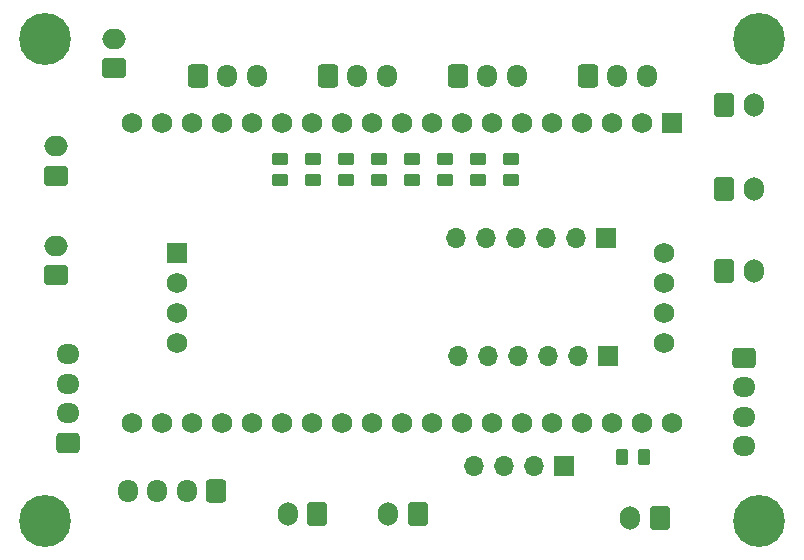
<source format=gbs>
%TF.GenerationSoftware,KiCad,Pcbnew,8.0.4*%
%TF.CreationDate,2024-08-29T12:49:46+07:00*%
%TF.ProjectId,ESP32,45535033-322e-46b6-9963-61645f706362,rev?*%
%TF.SameCoordinates,Original*%
%TF.FileFunction,Soldermask,Bot*%
%TF.FilePolarity,Negative*%
%FSLAX46Y46*%
G04 Gerber Fmt 4.6, Leading zero omitted, Abs format (unit mm)*
G04 Created by KiCad (PCBNEW 8.0.4) date 2024-08-29 12:49:46*
%MOMM*%
%LPD*%
G01*
G04 APERTURE LIST*
G04 Aperture macros list*
%AMRoundRect*
0 Rectangle with rounded corners*
0 $1 Rounding radius*
0 $2 $3 $4 $5 $6 $7 $8 $9 X,Y pos of 4 corners*
0 Add a 4 corners polygon primitive as box body*
4,1,4,$2,$3,$4,$5,$6,$7,$8,$9,$2,$3,0*
0 Add four circle primitives for the rounded corners*
1,1,$1+$1,$2,$3*
1,1,$1+$1,$4,$5*
1,1,$1+$1,$6,$7*
1,1,$1+$1,$8,$9*
0 Add four rect primitives between the rounded corners*
20,1,$1+$1,$2,$3,$4,$5,0*
20,1,$1+$1,$4,$5,$6,$7,0*
20,1,$1+$1,$6,$7,$8,$9,0*
20,1,$1+$1,$8,$9,$2,$3,0*%
G04 Aperture macros list end*
%ADD10R,1.700000X1.700000*%
%ADD11O,1.700000X1.700000*%
%ADD12RoundRect,0.250000X0.600000X0.750000X-0.600000X0.750000X-0.600000X-0.750000X0.600000X-0.750000X0*%
%ADD13O,1.700000X2.000000*%
%ADD14RoundRect,0.250000X-0.600000X-0.725000X0.600000X-0.725000X0.600000X0.725000X-0.600000X0.725000X0*%
%ADD15O,1.700000X1.950000*%
%ADD16RoundRect,0.250000X0.750000X-0.600000X0.750000X0.600000X-0.750000X0.600000X-0.750000X-0.600000X0*%
%ADD17O,2.000000X1.700000*%
%ADD18C,4.400000*%
%ADD19RoundRect,0.250000X-0.600000X-0.750000X0.600000X-0.750000X0.600000X0.750000X-0.600000X0.750000X0*%
%ADD20RoundRect,0.250000X-0.725000X0.600000X-0.725000X-0.600000X0.725000X-0.600000X0.725000X0.600000X0*%
%ADD21O,1.950000X1.700000*%
%ADD22RoundRect,0.102000X-0.765000X0.765000X-0.765000X-0.765000X0.765000X-0.765000X0.765000X0.765000X0*%
%ADD23C,1.734000*%
%ADD24RoundRect,0.250000X0.600000X0.725000X-0.600000X0.725000X-0.600000X-0.725000X0.600000X-0.725000X0*%
%ADD25RoundRect,0.250000X0.725000X-0.600000X0.725000X0.600000X-0.725000X0.600000X-0.725000X-0.600000X0*%
%ADD26RoundRect,0.102000X-0.765000X-0.765000X0.765000X-0.765000X0.765000X0.765000X-0.765000X0.765000X0*%
%ADD27RoundRect,0.250000X0.450000X-0.262500X0.450000X0.262500X-0.450000X0.262500X-0.450000X-0.262500X0*%
%ADD28RoundRect,0.250000X-0.262500X-0.450000X0.262500X-0.450000X0.262500X0.450000X-0.262500X0.450000X0*%
G04 APERTURE END LIST*
D10*
%TO.C,J7*%
X81000000Y-100500000D03*
D11*
X78460000Y-100500000D03*
X75920000Y-100500000D03*
X73380000Y-100500000D03*
%TD*%
D12*
%TO.C,J17*%
X68600000Y-104575000D03*
D13*
X66100000Y-104575000D03*
%TD*%
D14*
%TO.C,J2*%
X71975000Y-67482500D03*
D15*
X74475000Y-67482500D03*
X76975000Y-67482500D03*
%TD*%
D14*
%TO.C,J3*%
X60975000Y-67482500D03*
D15*
X63475000Y-67482500D03*
X65975000Y-67482500D03*
%TD*%
D16*
%TO.C,J13*%
X42900000Y-66857500D03*
D17*
X42900000Y-64357500D03*
%TD*%
D10*
%TO.C,J9*%
X84555000Y-81225000D03*
D11*
X82015000Y-81225000D03*
X79475000Y-81225000D03*
X76935000Y-81225000D03*
X74395000Y-81225000D03*
X71855000Y-81225000D03*
%TD*%
D18*
%TO.C,J21*%
X97525000Y-105150000D03*
%TD*%
D19*
%TO.C,J12*%
X94525000Y-84050000D03*
D13*
X97025000Y-84050000D03*
%TD*%
D18*
%TO.C,J23*%
X37050000Y-105150000D03*
%TD*%
D20*
%TO.C,J18*%
X96200000Y-91350000D03*
D21*
X96200000Y-93850000D03*
X96200000Y-96350000D03*
X96200000Y-98850000D03*
%TD*%
D12*
%TO.C,J20*%
X60100000Y-104575000D03*
D13*
X57600000Y-104575000D03*
%TD*%
D19*
%TO.C,J11*%
X94525000Y-77050000D03*
D13*
X97025000Y-77050000D03*
%TD*%
D14*
%TO.C,J4*%
X49975000Y-67507500D03*
D15*
X52475000Y-67507500D03*
X54975000Y-67507500D03*
%TD*%
D10*
%TO.C,J10*%
X84675000Y-91175000D03*
D11*
X82135000Y-91175000D03*
X79595000Y-91175000D03*
X77055000Y-91175000D03*
X74515000Y-91175000D03*
X71975000Y-91175000D03*
%TD*%
D19*
%TO.C,J8*%
X94525000Y-69975000D03*
D13*
X97025000Y-69975000D03*
%TD*%
D16*
%TO.C,J14*%
X38000000Y-75950000D03*
D17*
X38000000Y-73450000D03*
%TD*%
D12*
%TO.C,J16*%
X89075000Y-104900000D03*
D13*
X86575000Y-104900000D03*
%TD*%
D22*
%TO.C,U1*%
X90140000Y-71505000D03*
D23*
X87600000Y-71505000D03*
X85060000Y-71505000D03*
X82520000Y-71505000D03*
X79980000Y-71505000D03*
X77440000Y-71505000D03*
X74900000Y-71505000D03*
X72360000Y-71505000D03*
X69820000Y-71505000D03*
X67280000Y-71505000D03*
X64740000Y-71505000D03*
X62200000Y-71505000D03*
X59660000Y-71505000D03*
X57120000Y-71505000D03*
X54580000Y-71505000D03*
X52040000Y-71505000D03*
X49500000Y-71505000D03*
X46960000Y-71505000D03*
X44420000Y-71505000D03*
X44420000Y-96905000D03*
X46960000Y-96905000D03*
X49500000Y-96905000D03*
X52040000Y-96905000D03*
X54580000Y-96905000D03*
X57120000Y-96905000D03*
X59660000Y-96905000D03*
X62200000Y-96905000D03*
X64740000Y-96905000D03*
X67280000Y-96905000D03*
X69820000Y-96905000D03*
X72360000Y-96905000D03*
X74900000Y-96905000D03*
X77440000Y-96905000D03*
X79980000Y-96905000D03*
X82520000Y-96905000D03*
X85060000Y-96905000D03*
X87600000Y-96905000D03*
X90140000Y-96905000D03*
%TD*%
D24*
%TO.C,J5*%
X51525000Y-102642500D03*
D15*
X49025000Y-102642500D03*
X46525000Y-102642500D03*
X44025000Y-102642500D03*
%TD*%
D25*
%TO.C,J6*%
X39007500Y-98550000D03*
D21*
X39007500Y-96050000D03*
X39007500Y-93550000D03*
X39007500Y-91050000D03*
%TD*%
D16*
%TO.C,J15*%
X38000000Y-84375000D03*
D17*
X38000000Y-81875000D03*
%TD*%
D26*
%TO.C,ESP32*%
X48203500Y-82490000D03*
D23*
X48203500Y-85030000D03*
X48203500Y-87570000D03*
X48203500Y-90110000D03*
X89423500Y-90110000D03*
X89423500Y-87570000D03*
X89423500Y-85030000D03*
X89423500Y-82490000D03*
%TD*%
D14*
%TO.C,J1*%
X82975000Y-67482500D03*
D15*
X85475000Y-67482500D03*
X87975000Y-67482500D03*
%TD*%
D18*
%TO.C,J19*%
X97475000Y-64375000D03*
%TD*%
%TO.C,J22*%
X37050000Y-64350000D03*
%TD*%
D27*
%TO.C,R4*%
X68146428Y-76325000D03*
X68146428Y-74500000D03*
%TD*%
D28*
%TO.C,R9*%
X85900000Y-99800000D03*
X87725000Y-99800000D03*
%TD*%
D27*
%TO.C,R2*%
X73732142Y-76325000D03*
X73732142Y-74500000D03*
%TD*%
%TO.C,R1*%
X76525000Y-76325000D03*
X76525000Y-74500000D03*
%TD*%
%TO.C,R5*%
X65353571Y-76325000D03*
X65353571Y-74500000D03*
%TD*%
%TO.C,R6*%
X62560714Y-76325000D03*
X62560714Y-74500000D03*
%TD*%
%TO.C,R3*%
X70939285Y-76325000D03*
X70939285Y-74500000D03*
%TD*%
%TO.C,R7*%
X56975000Y-76325000D03*
X56975000Y-74500000D03*
%TD*%
%TO.C,R8*%
X59767857Y-76325000D03*
X59767857Y-74500000D03*
%TD*%
M02*

</source>
